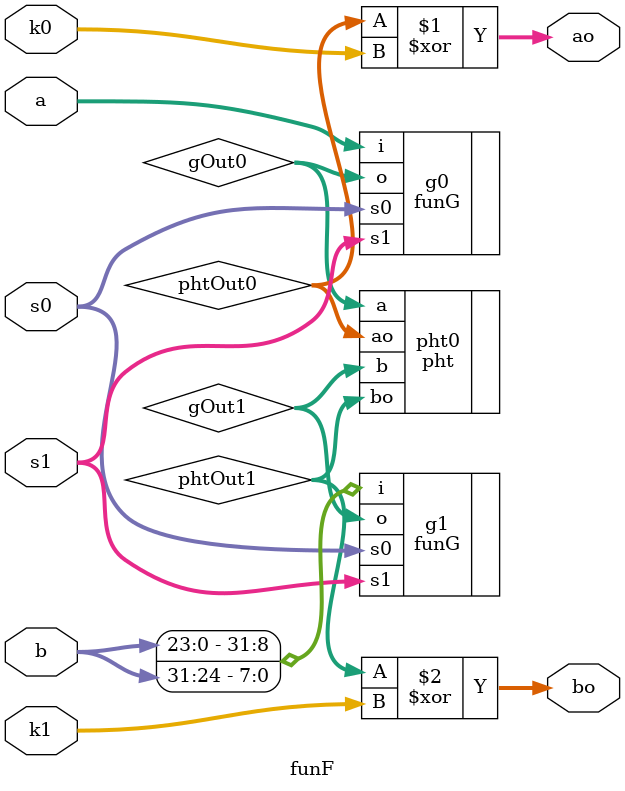
<source format=sv>
module funF
(
    input logic [31:0] a, b, s0, s1, k0, k1,
    output logic [31:0] ao, bo
);

    logic [31:0] gOut0, gOut1, phtOut0, phtOut1;

    funG g0 (.i(a), .s0(s0), .s1(s1), .o(gOut0));
    funG g1 (.i({b[23:0], b[31:24]}), .s0(s0), .s1(s1), .o(gOut1));

    pht pht0 (.a(gOut0), .b(gOut1), .ao(phtOut0), .bo(phtOut1));

    assign ao = phtOut0 ^ k0;
    assign bo = phtOut1 ^ k1;

endmodule
</source>
